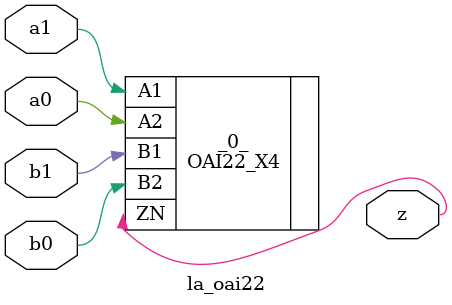
<source format=v>

/* Generated by Yosys 0.44 (git sha1 80ba43d26, g++ 11.4.0-1ubuntu1~22.04 -fPIC -O3) */

(* top =  1  *)
(* src = "generated" *)
module la_oai22 (
    a0,
    a1,
    b0,
    b1,
    z
);
  (* src = "generated" *)
  input a0;
  wire a0;
  (* src = "generated" *)
  input a1;
  wire a1;
  (* src = "generated" *)
  input b0;
  wire b0;
  (* src = "generated" *)
  input b1;
  wire b1;
  (* src = "generated" *)
  output z;
  wire z;
  OAI22_X4 _0_ (
      .A1(a1),
      .A2(a0),
      .B1(b1),
      .B2(b0),
      .ZN(z)
  );
endmodule

</source>
